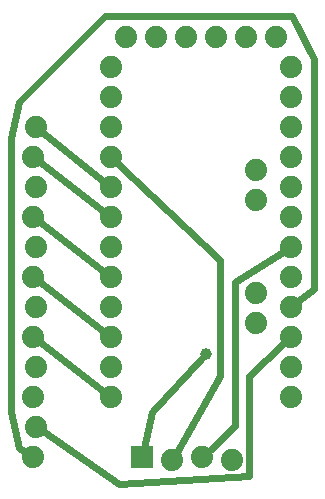
<source format=gbl>
G04 MADE WITH FRITZING*
G04 WWW.FRITZING.ORG*
G04 DOUBLE SIDED*
G04 HOLES PLATED*
G04 CONTOUR ON CENTER OF CONTOUR VECTOR*
%ASAXBY*%
%FSLAX23Y23*%
%MOIN*%
%OFA0B0*%
%SFA1.0B1.0*%
%ADD10C,0.039370*%
%ADD11C,0.074000*%
%ADD12C,0.024000*%
%ADD13R,0.001000X0.001000*%
%LNCOPPER0*%
G90*
G70*
G54D10*
X708Y469D03*
G54D11*
X941Y1527D03*
X841Y1527D03*
X741Y1527D03*
X641Y1527D03*
X541Y1527D03*
X441Y1527D03*
X876Y982D03*
X876Y1082D03*
X876Y572D03*
X876Y672D03*
X991Y1427D03*
X991Y1327D03*
X991Y1227D03*
X991Y1127D03*
X991Y1027D03*
X991Y927D03*
X991Y827D03*
X991Y727D03*
X991Y627D03*
X991Y527D03*
X991Y427D03*
X991Y327D03*
X391Y327D03*
X391Y427D03*
X391Y527D03*
X391Y627D03*
X391Y727D03*
X391Y827D03*
X391Y927D03*
X391Y1027D03*
X391Y1127D03*
X391Y1227D03*
X391Y1327D03*
X391Y1427D03*
X141Y1227D03*
X133Y1127D03*
X141Y1027D03*
X133Y927D03*
X141Y827D03*
X133Y727D03*
X141Y627D03*
X133Y527D03*
X141Y427D03*
X133Y327D03*
X141Y227D03*
X133Y127D03*
X495Y124D03*
X595Y114D03*
X695Y124D03*
X795Y114D03*
G54D12*
X366Y746D02*
X155Y909D01*
D02*
X366Y946D02*
X155Y1109D01*
D02*
X366Y546D02*
X155Y709D01*
D02*
X366Y1046D02*
X163Y1209D01*
D02*
X366Y346D02*
X155Y509D01*
D02*
X718Y146D02*
X804Y229D01*
D02*
X804Y709D02*
X964Y810D01*
D02*
X804Y229D02*
X804Y709D01*
D02*
X968Y506D02*
X852Y397D01*
D02*
X528Y277D02*
X695Y456D01*
D02*
X502Y155D02*
X528Y277D01*
D02*
X420Y37D02*
X164Y211D01*
D02*
X852Y61D02*
X420Y37D01*
D02*
X852Y397D02*
X852Y61D01*
D02*
X1068Y1453D02*
X996Y1597D01*
D02*
X1068Y685D02*
X1068Y1453D01*
D02*
X1015Y646D02*
X1068Y685D01*
D02*
X372Y1597D02*
X84Y1309D01*
D02*
X996Y1597D02*
X372Y1597D01*
D02*
X60Y1189D02*
X60Y277D01*
D02*
X84Y1309D02*
X60Y1189D01*
D02*
X60Y277D02*
X84Y157D01*
X84Y157D02*
X108Y142D01*
D02*
X756Y781D02*
X413Y1106D01*
D02*
X756Y397D02*
X756Y781D01*
D02*
X611Y141D02*
X756Y397D01*
G54D13*
X458Y161D02*
X531Y161D01*
X458Y160D02*
X531Y160D01*
X458Y159D02*
X531Y159D01*
X458Y158D02*
X531Y158D01*
X458Y157D02*
X531Y157D01*
X458Y156D02*
X531Y156D01*
X458Y155D02*
X531Y155D01*
X458Y154D02*
X531Y154D01*
X458Y153D02*
X531Y153D01*
X458Y152D02*
X531Y152D01*
X458Y151D02*
X531Y151D01*
X458Y150D02*
X531Y150D01*
X458Y149D02*
X531Y149D01*
X458Y148D02*
X531Y148D01*
X458Y147D02*
X531Y147D01*
X458Y146D02*
X531Y146D01*
X458Y145D02*
X531Y145D01*
X458Y144D02*
X489Y144D01*
X499Y144D02*
X531Y144D01*
X458Y143D02*
X486Y143D01*
X503Y143D02*
X531Y143D01*
X458Y142D02*
X484Y142D01*
X504Y142D02*
X531Y142D01*
X458Y141D02*
X483Y141D01*
X506Y141D02*
X531Y141D01*
X458Y140D02*
X481Y140D01*
X507Y140D02*
X531Y140D01*
X458Y139D02*
X480Y139D01*
X509Y139D02*
X531Y139D01*
X458Y138D02*
X479Y138D01*
X510Y138D02*
X531Y138D01*
X458Y137D02*
X478Y137D01*
X510Y137D02*
X531Y137D01*
X458Y136D02*
X478Y136D01*
X511Y136D02*
X531Y136D01*
X458Y135D02*
X477Y135D01*
X512Y135D02*
X531Y135D01*
X458Y134D02*
X476Y134D01*
X512Y134D02*
X531Y134D01*
X458Y133D02*
X476Y133D01*
X513Y133D02*
X531Y133D01*
X458Y132D02*
X475Y132D01*
X513Y132D02*
X531Y132D01*
X458Y131D02*
X475Y131D01*
X514Y131D02*
X531Y131D01*
X458Y130D02*
X475Y130D01*
X514Y130D02*
X531Y130D01*
X458Y129D02*
X474Y129D01*
X514Y129D02*
X531Y129D01*
X458Y128D02*
X474Y128D01*
X515Y128D02*
X531Y128D01*
X458Y127D02*
X474Y127D01*
X515Y127D02*
X531Y127D01*
X458Y126D02*
X474Y126D01*
X515Y126D02*
X531Y126D01*
X458Y125D02*
X474Y125D01*
X515Y125D02*
X531Y125D01*
X458Y124D02*
X474Y124D01*
X515Y124D02*
X531Y124D01*
X458Y123D02*
X474Y123D01*
X515Y123D02*
X531Y123D01*
X458Y122D02*
X474Y122D01*
X515Y122D02*
X531Y122D01*
X458Y121D02*
X474Y121D01*
X514Y121D02*
X531Y121D01*
X458Y120D02*
X474Y120D01*
X514Y120D02*
X531Y120D01*
X458Y119D02*
X475Y119D01*
X514Y119D02*
X531Y119D01*
X458Y118D02*
X475Y118D01*
X514Y118D02*
X531Y118D01*
X458Y117D02*
X475Y117D01*
X513Y117D02*
X531Y117D01*
X458Y116D02*
X476Y116D01*
X513Y116D02*
X531Y116D01*
X458Y115D02*
X476Y115D01*
X512Y115D02*
X531Y115D01*
X458Y114D02*
X477Y114D01*
X512Y114D02*
X531Y114D01*
X458Y113D02*
X478Y113D01*
X511Y113D02*
X531Y113D01*
X458Y112D02*
X478Y112D01*
X510Y112D02*
X531Y112D01*
X458Y111D02*
X479Y111D01*
X509Y111D02*
X531Y111D01*
X458Y110D02*
X480Y110D01*
X508Y110D02*
X531Y110D01*
X458Y109D02*
X481Y109D01*
X507Y109D02*
X531Y109D01*
X458Y108D02*
X483Y108D01*
X506Y108D02*
X531Y108D01*
X458Y107D02*
X485Y107D01*
X504Y107D02*
X531Y107D01*
X458Y106D02*
X487Y106D01*
X502Y106D02*
X531Y106D01*
X458Y105D02*
X490Y105D01*
X499Y105D02*
X531Y105D01*
X458Y104D02*
X531Y104D01*
X458Y103D02*
X531Y103D01*
X458Y102D02*
X531Y102D01*
X458Y101D02*
X531Y101D01*
X458Y100D02*
X531Y100D01*
X458Y99D02*
X531Y99D01*
X458Y98D02*
X531Y98D01*
X458Y97D02*
X531Y97D01*
X458Y96D02*
X531Y96D01*
X458Y95D02*
X531Y95D01*
X458Y94D02*
X531Y94D01*
X458Y93D02*
X531Y93D01*
X458Y92D02*
X531Y92D01*
X458Y91D02*
X531Y91D01*
X458Y90D02*
X531Y90D01*
X458Y89D02*
X531Y89D01*
X458Y88D02*
X531Y88D01*
D02*
G04 End of Copper0*
M02*
</source>
